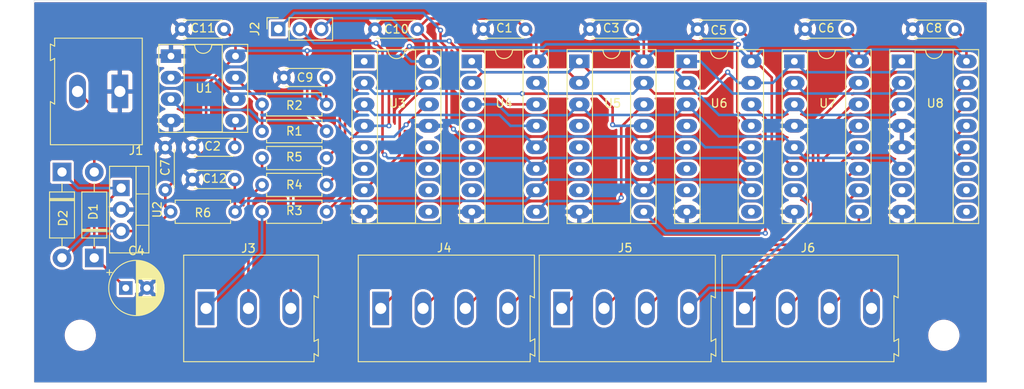
<source format=kicad_pcb>
(kicad_pcb (version 20221018) (generator pcbnew)
  (title_block (rev "1"))
  (layers (0 "F.Cu" signal "Front") (31 "B.Cu" signal "Back") (34 "B.Paste" user) (35 "F.Paste" user) (36 "B.SilkS" user "B.Silkscreen") (37 "F.SilkS" user "F.Silkscreen") (38 "B.Mask" user) (39 "F.Mask" user) (44 "Edge.Cuts" user))
  (net 0 "")
  (net 1 "VCC")
  (net 2 "GND")
  (net 3 "Net-(U1-CV)")
  (net 4 "Net-(D1-K)")
  (net 5 "Net-(U1-THR)")
  (net 6 "{slash}RST")
  (net 7 "Net-(D1-A)")
  (net 8 "COMMIT")
  (net 9 "CLK")
  (net 10 "DATA")
  (net 11 "Net-(J3-Pin_1)")
  (net 12 "Net-(J3-Pin_2)")
  (net 13 "Net-(J3-Pin_3)")
  (net 14 "Net-(J4-Pin_1)")
  (net 15 "Net-(J4-Pin_2)")
  (net 16 "Net-(J4-Pin_3)")
  (net 17 "Net-(J4-Pin_4)")
  (net 18 "Net-(J5-Pin_1)")
  (net 19 "Net-(J5-Pin_2)")
  (net 20 "Net-(J5-Pin_3)")
  (net 21 "Net-(J5-Pin_4)")
  (net 22 "Net-(J6-Pin_1)")
  (net 23 "Net-(J6-Pin_2)")
  (net 24 "Net-(J6-Pin_3)")
  (net 25 "Net-(J6-Pin_4)")
  (net 26 "Net-(U1-DIS)")
  (net 27 "ROW1")
  (net 28 "ROW2")
  (net 29 "ROW3")
  (net 30 "MUXCLK")
  (net 34 "Net-(U3-Q3)")
  (net 39 "A2")
  (net 40 "A3")
  (net 41 "A4")
  (net 46 "Net-(U4-QH')")
  (net 47 "A1")
  (net 52 "Net-(U5-QH')")
  (footprint "Resistor_THT:R_Axial_DIN0207_L6.3mm_D2.5mm_P7.62mm_Horizontal" (layer "F.Cu") (at 145.035 74.295)
    (fp_text reference "R2")
    (fp_text value "2k2")
  )
  (footprint "Connector_PinSocket_2.54mm:PinSocket_1x03_P2.54mm_Vertical" (layer "F.Cu") (at 146.955 65.38 90)
    (fp_text reference "J2")
    (fp_text value "Ctrl")
  )
  (footprint "Package_DIP:DIP-16_W7.62mm_Socket_LongPads" (layer "F.Cu") (at 220.6 69.215)
    (fp_text reference "U8")
    (fp_text value "74LS138")
  )
  (footprint "Package_DIP:DIP-16_W7.62mm_Socket_LongPads" (layer "F.Cu") (at 182.5 69.215)
    (fp_text reference "U5")
    (fp_text value "74HC595")
  )
  (footprint "Capacitor_THT:C_Disc_D4.3mm_W1.9mm_P5.00mm" (layer "F.Cu") (at 176.15 65.405 180)
    (fp_text reference "C1")
    (fp_text value "100n")
  )
  (footprint "Diode_THT:D_DO-41_SOD81_P10.16mm_Horizontal" (layer "F.Cu") (at 121.412 82.296 -90)
    (fp_text reference "D2")
    (fp_text value "1N4001")
  )
  (footprint "MountingHole:MountingHole_3.2mm_M3" (layer "F.Cu") (at 225.552 101.6)
    (fp_text reference "REF**" hide)
    (fp_text value "MountingHole_3.2mm_M3")
  )
  (footprint "Package_DIP:DIP-16_W7.62mm_Socket_LongPads" (layer "F.Cu") (at 169.8 69.215)
    (fp_text reference "U4")
    (fp_text value "74HC595")
  )
  (footprint "MountingHole:MountingHole_3.2mm_M3" (layer "F.Cu") (at 123.571 101.6)
    (fp_text reference "REF**" hide)
    (fp_text value "MountingHole_3.2mm_M3")
  )
  (footprint "Diode_THT:D_DO-41_SOD81_P10.16mm_Horizontal" (layer "F.Cu") (at 125.222 92.456 90)
    (fp_text reference "D1")
    (fp_text value "1N4001")
  )
  (footprint "TerminalBlock:TerminalBlock_Altech_AK300-4_P5.00mm" (layer "F.Cu") (at 202.01 98.425)
    (fp_text reference "J6")
    (fp_text value "Anodes C")
  )
  (footprint "TerminalBlock:TerminalBlock_Altech_AK300-4_P5.00mm" (layer "F.Cu") (at 180.42 98.425)
    (fp_text reference "J5")
    (fp_text value "Anodes B")
  )
  (footprint "Package_DIP:DIP-16_W7.62mm_Socket_LongPads" (layer "F.Cu") (at 195.2 69.215)
    (fp_text reference "U6")
    (fp_text value "74HC595")
  )
  (footprint "Package_DIP:DIP-16_W7.62mm_Socket_LongPads" (layer "F.Cu") (at 207.9 69.215)
    (fp_text reference "U7")
    (fp_text value "74LS138")
  )
  (footprint "TerminalBlock:TerminalBlock_Altech_AK300-3_P5.00mm" (layer "F.Cu") (at 138.43 98.425)
    (fp_text reference "J3")
    (fp_text value "Kathodes")
  )
  (footprint "Package_DIP:DIP-16_W7.62mm_Socket_LongPads" (layer "F.Cu") (at 157.1 69.215)
    (fp_text reference "U3")
    (fp_text value "74HC4017")
  )
  (footprint "Capacitor_THT:C_Disc_D4.3mm_W1.9mm_P5.00mm" (layer "F.Cu") (at 214.17 65.405 180)
    (fp_text reference "C6")
    (fp_text value "100n")
  )
  (footprint "TerminalBlock:TerminalBlock_Altech_AK300-4_P5.00mm" (layer "F.Cu") (at 159.05 98.425)
    (fp_text reference "J4")
    (fp_text value "Anodes A")
  )
  (footprint "Package_DIP:DIP-8_W7.62mm_Socket_LongPads" (layer "F.Cu") (at 134.28 68.5952)
    (fp_text reference "U1")
    (fp_text value "NE555P")
  )
  (footprint "Capacitor_THT:C_Disc_D4.3mm_W1.9mm_P5.00mm" (layer "F.Cu") (at 140.55 65.405 180)
    (fp_text reference "C11")
    (fp_text value "100n")
  )
  (footprint "Resistor_THT:R_Axial_DIN0207_L6.3mm_D2.5mm_P7.62mm_Horizontal" (layer "F.Cu") (at 152.655 77.47 180)
    (fp_text reference "R1")
    (fp_text value "470R")
  )
  (footprint "Capacitor_THT:C_Disc_D4.3mm_W1.9mm_P5.00mm" (layer "F.Cu") (at 201.47 65.405 180)
    (fp_text reference "C5")
    (fp_text value "100n")
  )
  (footprint "Capacitor_THT:C_Disc_D4.3mm_W1.9mm_P5.00mm" (layer "F.Cu") (at 226.87 65.405 180)
    (fp_text reference "C8")
    (fp_text value "100n")
  )
  (footprint "Capacitor_THT:C_Disc_D4.3mm_W1.9mm_P5.00mm" (layer "F.Cu") (at 141.82 79.375 180)
    (fp_text reference "C2")
    (fp_text value "10n")
  )
  (footprint "TerminalBlock:TerminalBlock_Altech_AK300-2_P5.00mm" (layer "F.Cu") (at 128.241 72.771 180)
    (fp_text reference "J1")
    (fp_text value "PWR")
  )
  (footprint "Capacitor_THT:C_Disc_D4.3mm_W1.9mm_P5.00mm" (layer "F.Cu") (at 152.615 71.12 180)
    (fp_text reference "C9")
    (fp_text value "100n")
  )
  (footprint "Capacitor_THT:C_Disc_D4.3mm_W1.9mm_P5.00mm" (layer "F.Cu") (at 141.82 83.185 180)
    (fp_text reference "C12")
    (fp_text value "10n")
  )
  (footprint "Capacitor_THT:C_Disc_D4.3mm_W1.9mm_P5.00mm" (layer "F.Cu") (at 163.37 65.405 180)
    (fp_text reference "C10")
    (fp_text value "100n")
  )
  (footprint "Resistor_THT:R_Axial_DIN0207_L6.3mm_D2.5mm_P7.62mm_Horizontal" (layer "F.Cu") (at 152.655 80.645 180)
    (fp_text reference "R5")
    (fp_text value "220R")
  )
  (footprint "Resistor_THT:R_Axial_DIN0207_L6.3mm_D2.5mm_P7.62mm_Horizontal" (layer "F.Cu") (at 152.655 86.995 180)
    (fp_text reference "R3")
    (fp_text value "220R")
  )
  (footprint "Capacitor_THT:C_Disc_D4.3mm_W1.9mm_P5.00mm" (layer "F.Cu") (at 133.605 84.415 90)
    (fp_text reference "C7")
    (fp_text value "100n")
  )
  (footprint "Capacitor_THT:CP_Radial_D6.3mm_P2.50mm" (layer "F.Cu") (at 128.945 96.012)
    (fp_text reference "C4")
    (fp_text value "100u")
  )
  (footprint "Capacitor_THT:C_Disc_D4.3mm_W1.9mm_P5.00mm" (layer "F.Cu") (at 188.77 65.405 180)
    (fp_text reference "C3")
    (fp_text value "100n")
  )
  (footprint "Resistor_THT:R_Axial_DIN0207_L6.3mm_D2.5mm_P7.62mm_Horizontal" (layer "F.Cu") (at 152.655 83.82 180)
    (fp_text reference "R4")
    (fp_text value "220R")
  )
  (footprint "Resistor_THT:R_Axial_DIN0207_L6.3mm_D2.5mm_P7.62mm_Horizontal" (layer "F.Cu") (at 134.24 86.995)
    (fp_text reference "R6")
    (fp_text value "10k")
  )
  (footprint "Package_TO_SOT_THT:TO-220-3_Vertical" (layer "F.Cu") (at 128.397 84.201 -90)
    (fp_text reference "U2")
    (fp_text value "LM7805_TO220")
  )
  (gr_rect (start 118.11 61.976) (end 230.632 107.188) (stroke (width 0.0381)) (fill none) (layer "Edge.Cuts"))
  (segment (start 133.605 84.415) (end 138.43 79.59) (width 0.3048) (layer "F.Cu") (net 1))
  (segment (start 228.22 69.215) (end 228.22 66.755) (width 0.3048) (layer "F.Cu") (net 1))
  (segment (start 152.655 77.47) (end 150.368 75.183) (width 0.3048) (layer "F.Cu") (net 1))
  (segment (start 203.327 69.215) (end 205.232 71.12) (width 0.3048) (layer "F.Cu") (net 1))
  (segment (start 133.605 84.415) (end 133.605 86.36) (width 0.3048) (layer "F.Cu") (net 1))
  (segment (start 177.42 69.215) (end 177.42 66.675) (width 0.3048) (layer "F.Cu") (net 1))
  (segment (start 205.232 79.247) (end 207.9 81.915) (width 0.3048) (layer "F.Cu") (net 1))
  (segment (start 133.605 86.36) (end 134.24 86.995) (width 0.3048) (layer "F.Cu") (net 1))
  (segment (start 128.397 89.281) (end 131.954 89.281) (width 0.3048) (layer "F.Cu") (net 1))
  (segment (start 164.72 66.755) (end 163.37 65.405) (width 0.3048) (layer "F.Cu") (net 1))
  (segment (start 205.232 71.12) (end 205.232 79.247) (width 0.3048) (layer "F.Cu") (net 1))
  (segment (start 174.8928 64.1478) (end 176.15 65.405) (width 0.3048) (layer "F.Cu") (net 1))
  (segment (start 164.6272 64.1478) (end 174.8928 64.1478) (width 0.3048) (layer "F.Cu") (net 1))
  (segment (start 202.82 69.215) (end 202.82 66.755) (width 0.3048) (layer "F.Cu") (net 1))
  (segment (start 177.42 66.675) (end 176.15 65.405) (width 0.3048) (layer "F.Cu") (net 1))
  (segment (start 164.72 69.215) (end 164.72 66.755) (width 0.3048) (layer "F.Cu") (net 1))
  (segment (start 163.37 65.405) (end 164.6272 64.1478) (width 0.3048) (layer "F.Cu") (net 1))
  (segment (start 202.82 69.215) (end 203.327 69.215) (width 0.3048) (layer "F.Cu") (net 1))
  (segment (start 215.52 66.755) (end 214.17 65.405) (width 0.3048) (layer "F.Cu") (net 1))
  (segment (start 138.43 72.0652) (end 141.9 68.5952) (width 0.3048) (layer "F.Cu") (net 1))
  (segment (start 138.43 79.59) (end 138.43 72.0652) (width 0.3048) (layer "F.Cu") (net 1))
  (segment (start 141.9 66.755) (end 140.55 65.405) (width 0.3048) (layer "F.Cu") (net 1))
  (segment (start 150.368 75.183) (end 150.368 67.9578) (width 0.3048) (layer "F.Cu") (net 1))
  (segment (start 215.52 69.215) (end 215.52 66.755) (width 0.3048) (layer "F.Cu") (net 1))
  (segment (start 190.12 66.755) (end 188.77 65.405) (width 0.3048) (layer "F.Cu") (net 1))
  (segment (start 190.12 69.215) (end 190.12 66.755) (width 0.3048) (layer "F.Cu") (net 1))
  (segment (start 228.22 66.755) (end 226.87 65.405) (width 0.3048) (layer "F.Cu") (net 1))
  (segment (start 131.954 89.281) (end 134.24 86.995) (width 0.3048) (layer "F.Cu") (net 1))
  (segment (start 141.9 68.5952) (end 141.9 66.755) (width 0.3048) (layer "F.Cu") (net 1))
  (segment (start 202.82 66.755) (end 201.47 65.405) (width 0.3048) (layer "F.Cu") (net 1))
  (via (at 150.368 67.9578) (size 0.6) (drill 0.3) (layers "F.Cu" "B.Cu") (net 1))
  (segment (start 141.9 68.5952) (end 142.5374 67.9578) (width 0.3048) (layer "B.Cu") (net 1))
  (segment (start 228.22 69.215) (end 226.805 67.8) (width 0.3048) (layer "B.Cu") (net 1))
  (segment (start 188.8628 67.9578) (end 178.6772 67.9578) (width 0.3048) (layer "B.Cu") (net 1))
  (segment (start 162.687 69.215) (end 164.72 69.215) (width 0.3048) (layer "B.Cu") (net 1))
  (segment (start 202.82 69.215) (end 201.5628 67.9578) (width 0.3048) (layer "B.Cu") (net 1))
  (segment (start 215.52 69.215) (end 214.2628 67.9578) (width 0.3048) (layer "B.Cu") (net 1))
  (segment (start 201.5628 67.9578) (end 191.3772 67.9578) (width 0.3048) (layer "B.Cu") (net 1))
  (segment (start 150.368 67.9578) (end 161.4298 67.9578) (width 0.3048) (layer "B.Cu") (net 1))
  (segment (start 161.4298 67.9578) (end 162.687 69.215) (width 0.3048) (layer "B.Cu") (net 1))
  (segment (start 124.587 89.281) (end 121.412 92.456) (width 0.3048) (layer "B.Cu") (net 1))
  (segment (start 190.12 69.215) (end 188.8628 67.9578) (width 0.3048) (layer "B.Cu") (net 1))
  (segment (start 216.935 67.8) (end 215.52 69.215) (width 0.3048) (layer "B.Cu") (net 1))
  (segment (start 128.397 89.281) (end 124.587 89.281) (width 0.3048) (layer "B.Cu") (net 1))
  (segment (start 214.2628 67.9578) (end 204.0772 67.9578) (width 0.3048) (layer "B.Cu") (net 1))
  (segment (start 226.805 67.8) (end 216.935 67.8) (width 0.3048) (layer "B.Cu") (net 1))
  (segment (start 191.3772 67.9578) (end 190.12 69.215) (width 0.3048) (layer "B.Cu") (net 1))
  (segment (start 178.6772 67.9578) (end 177.42 69.215) (width 0.3048) (layer "B.Cu") (net 1))
  (segment (start 142.5374 67.9578) (end 150.368 67.9578) (width 0.3048) (layer "B.Cu") (net 1))
  (segment (start 204.0772 67.9578) (end 202.82 69.215) (width 0.3048) (layer "B.Cu") (net 1))
  (segment (start 141.82 76.2952) (end 141.9 76.2152) (width 0.3048) (layer "F.Cu") (net 3))
  (segment (start 141.82 79.375) (end 141.82 76.2952) (width 0.3048) (layer "F.Cu") (net 3))
  (segment (start 128.397 84.201) (end 125.222 87.376) (width 0.3048) (layer "F.Cu") (net 4))
  (segment (start 125.222 92.456) (end 125.389 92.456) (width 0.3048) (layer "F.Cu") (net 4))
  (segment (start 125.222 87.376) (end 125.222 92.456) (width 0.3048) (layer "F.Cu") (net 4))
  (segment (start 125.389 92.456) (end 128.945 96.012) (width 0.3048) (layer "F.Cu") (net 4))
  (segment (start 121.412 82.296) (end 123.317 84.201) (width 0.3048) (layer "B.Cu") (net 4))
  (segment (start 123.317 84.201) (end 128.397 84.201) (width 0.3048) (layer "B.Cu") (net 4))
  (segment (start 152.615 74.255) (end 152.655 74.295) (width 0.3048) (layer "F.Cu") (net 5))
  (segment (start 152.615 71.12) (end 152.615 74.255) (width 0.3048) (layer "F.Cu") (net 5))
  (segment (start 142.5374 73.0378) (end 151.3978 73.0378) (width 0.3048) (layer "B.Cu") (net 5))
  (segment (start 151.3978 73.0378) (end 152.655 74.295) (width 0.3048) (layer "B.Cu") (net 5))
  (segment (start 139.36 71.1352) (end 141.9 73.6752) (width 0.3048) (layer "B.Cu") (net 5))
  (segment (start 141.9 73.6752) (end 142.5374 73.0378) (width 0.3048) (layer "B.Cu") (net 5))
  (segment (start 134.28 71.1352) (end 139.36 71.1352) (width 0.3048) (layer "B.Cu") (net 5))
  (segment (start 141.82 86.955) (end 141.86 86.995) (width 0.3048) (layer "F.Cu") (net 6))
  (segment (start 141.82 83.185) (end 141.82 86.955) (width 0.3048) (layer "F.Cu") (net 6))
  (segment (start 176.1628 85.7122) (end 143.1428 85.7122) (width 0.3048) (layer "B.Cu") (net 6))
  (segment (start 143.1428 85.7122) (end 141.86 86.995) (width 0.3048) (layer "B.Cu") (net 6))
  (segment (start 201.5628 83.1978) (end 202.82 84.455) (width 0.3048) (layer "B.Cu") (net 6))
  (segment (start 177.42 84.455) (end 176.1628 85.7122) (width 0.3048) (layer "B.Cu") (net 6))
  (segment (start 178.6772 83.1978) (end 177.42 84.455) (width 0.3048) (layer "B.Cu") (net 6))
  (segment (start 188.8628 83.1978) (end 178.6772 83.1978) (width 0.3048) (layer "B.Cu") (net 6))
  (segment (start 191.3772 83.1978) (end 201.5628 83.1978) (width 0.3048) (layer "B.Cu") (net 6))
  (segment (start 190.12 84.455) (end 191.3772 83.1978) (width 0.3048) (layer "B.Cu") (net 6))
  (segment (start 190.12 84.455) (end 188.8628 83.1978) (width 0.3048) (layer "B.Cu") (net 6))
  (segment (start 125.222 74.752) (end 123.241 72.771) (width 0.3048) (layer "F.Cu") (net 7))
  (segment (start 125.222 82.296) (end 125.222 74.752) (width 0.3048) (layer "F.Cu") (net 7))
  (segment (start 166.116 66.862143) (end 166.116 65.532) (width 0.3048) (layer "F.Cu") (net 8))
  (segment (start 166.818357 76.394357) (end 166.818357 67.5645) (width 0.3048) (layer "F.Cu") (net 8))
  (segment (start 166.818357 67.5645) (end 166.116 66.862143) (width 0.3048) (layer "F.Cu") (net 8))
  (segment (start 167.64 77.216) (end 166.818357 76.394357) (width 0.3048) (layer "F.Cu") (net 8))
  (via (at 167.64 77.216) (size 0.6) (drill 0.3) (layers "F.Cu" "B.Cu") (net 8))
  (via (at 166.116 65.532) (size 0.6) (drill 0.3) (layers "F.Cu" "B.Cu") (net 8))
  (segment (start 202.82 79.375) (end 197.377949 79.375) (width 0.3048) (layer "B.Cu") (net 8))
  (segment (start 168.5162 78.0922) (end 167.64 77.216) (width 0.3048) (layer "B.Cu") (net 8))
  (segment (start 176.1372 78.0922) (end 168.5162 78.0922) (width 0.3048) (layer "B.Cu") (net 8))
  (segment (start 178.7028 78.0922) (end 177.42 79.375) (width 0.3048) (layer "B.Cu") (net 8))
  (segment (start 177.42 79.375) (end 176.1372 78.0922) (width 0.3048) (layer "B.Cu") (net 8))
  (segment (start 191.3772 78.1178) (end 190.12 79.375) (width 0.3048) (layer "B.Cu") (net 8))
  (segment (start 190.12 79.375) (end 188.8372 78.0922) (width 0.3048) (layer "B.Cu") (net 8))
  (segment (start 197.377949 79.375) (end 196.120749 78.1178) (width 0.3048) (layer "B.Cu") (net 8))
  (segment (start 164.084 63.5) (end 148.835 63.5) (width 0.3048) (layer "B.Cu") (net 8))
  (segment (start 148.835 63.5) (end 146.955 65.38) (width 0.3048) (layer "B.Cu") (net 8))
  (segment (start 188.8372 78.0922) (end 178.7028 78.0922) (width 0.3048) (layer "B.Cu") (net 8))
  (segment (start 166.116 65.532) (end 164.084 63.5) (width 0.3048) (layer "B.Cu") (net 8))
  (segment (start 196.120749 78.1178) (end 191.3772 78.1178) (width 0.3048) (layer "B.Cu") (net 8))
  (segment (start 159.004 67.564) (end 158.496 67.056) (width 0.3048) (layer "F.Cu") (net 9))
  (segment (start 159.2628 80.0148) (end 159.2628 67.8228) (width 0.3048) (layer "F.Cu") (net 9))
  (segment (start 159.2628 67.8228) (end 159.004 67.564) (width 0.3048) (layer "F.Cu") (net 9))
  (segment (start 159.512 80.264) (end 159.2628 80.0148) (width 0.3048) (layer "F.Cu") (net 9))
  (via (at 159.512 80.264) (size 0.6) (drill 0.3) (layers "F.Cu" "B.Cu") (net 9))
  (via (at 158.496 67.056) (size 0.6) (drill 0.3) (layers "F.Cu" "B.Cu") (net 9))
  (segment (start 159.9058 80.6578) (end 159.512 80.264) (width 0.3048) (layer "B.Cu") (net 9))
  (segment (start 188.8372 80.6322) (end 178.7028 80.6322) (width 0.3048) (layer "B.Cu") (net 9))
  (segment (start 191.3772 80.6578) (end 190.12 81.915) (width 0.3048) (layer "B.Cu") (net 9))
  (segment (start 151.171 67.056) (end 149.495 65.38) (width 0.3048) (layer "B.Cu") (net 9))
  (segment (start 158.496 67.056) (end 151.171 67.056) (width 0.3048) (layer "B.Cu") (net 9))
  (segment (start 190.12 81.915) (end 188.8372 80.6322) (width 0.3048) (layer "B.Cu") (net 9))
  (segment (start 176.1628 80.6578) (end 159.9058 80.6578) (width 0.3048) (layer "B.Cu") (net 9))
  (segment (start 201.5628 80.6578) (end 191.3772 80.6578) (width 0.3048) (layer "B.Cu") (net 9))
  (segment (start 202.82 81.915) (end 201.5628 80.6578) (width 0.3048) (layer "B.Cu") (net 9))
  (segment (start 178.7028 80.6322) (end 177.42 81.915) (width 0.3048) (layer "B.Cu") (net 9))
  (segment (start 177.42 81.915) (end 176.1628 80.6578) (width 0.3048) (layer "B.Cu") (net 9))
  (segment (start 172.8342 73.0378) (end 174.0914 74.295) (width 0.3048) (layer "F.Cu") (net 10))
  (segment (start 174.0914 74.295) (end 177.42 74.295) (width 0.3048) (layer "F.Cu") (net 10))
  (segment (start 168.1428 72.275749) (end 168.904851 73.0378) (width 0.3048) (layer "F.Cu") (net 10))
  (segment (start 167.132 66.8073) (end 168.148 67.8233) (width 0.3048) (layer "F.Cu") (net 10))
  (segment (start 168.148 67.8233) (end 168.1428 67.8285) (width 0.3048) (layer "F.Cu") (net 10))
  (segment (start 168.904851 73.0378) (end 172.8342 73.0378) (width 0.3048) (layer "F.Cu") (net 10))
  (segment (start 168.1428 67.8285) (end 168.1428 72.275749) (width 0.3048) (layer "F.Cu") (net 10))
  (via (at 167.132 66.8073) (size 0.6) (drill 0.3) (layers "F.Cu" "B.Cu") (net 10))
  (segment (start 160.29665 64.1096) (end 153.3054 64.1096) (width 0.3048) (layer "B.Cu") (net 10))
  (segment (start 153.3054 64.1096) (end 152.035 65.38) (width 0.3048) (layer "B.Cu") (net 10))
  (segment (start 162.99435 66.8073) (end 160.29665 64.1096) (width 0.3048) (layer "B.Cu") (net 10))
  (segment (start 167.132 66.8073) (end 162.99435 66.8073) (width 0.3048) (layer "B.Cu") (net 10))
  (segment (start 145.035 91.82) (end 138.43 98.425) (width 0.3048) (layer "B.Cu") (net 11))
  (segment (start 145.035 86.995) (end 145.035 91.82) (width 0.3048) (layer "B.Cu") (net 11))
  (segment (start 143.43 85.425) (end 145.035 83.82) (width 0.3048) (layer "F.Cu") (net 12))
  (segment (start 143.43 98.425) (end 143.43 85.425) (width 0.3048) (layer "F.Cu") (net 12))
  (segment (start 145.035 80.645) (end 145.035 81.77637) (width 0.3048) (layer "F.Cu") (net 13))
  (segment (start 145.035 81.77637) (end 148.43 85.17137) (width 0.3048) (layer "F.Cu") (net 13))
  (segment (start 148.43 85.17137) (end 148.43 98.425) (width 0.3048) (layer "F.Cu") (net 13))
  (segment (start 215.265 71.755) (end 215.52 71.755) (width 0.3048) (layer "F.Cu") (net 14))
  (segment (start 210.1088 87.0712) (end 210.1088 76.9112) (width 0.3048) (layer "F.Cu") (net 14))
  (segment (start 159.05 98.425) (end 167.1828 90.2922) (width 0.3048) (layer "F.Cu") (net 14))
  (segment (start 210.1088 76.9112) (end 215.265 71.755) (width 0.3048) (layer "F.Cu") (net 14))
  (segment (start 206.8878 90.2922) (end 210.1088 87.0712) (width 0.3048) (layer "F.Cu") (net 14))
  (segment (start 167.1828 90.2922) (end 206.8878 90.2922) (width 0.3048) (layer "F.Cu") (net 14))
  (segment (start 210.7184 88.847705) (end 210.7184 78.3336) (width 0.3048) (layer "F.Cu") (net 15))
  (segment (start 164.05 98.425) (end 171.5732 90.9018) (width 0.3048) (layer "F.Cu") (net 15))
  (segment (start 171.5732 90.9018) (end 208.664305 90.9018) (width 0.3048) (layer "F.Cu") (net 15))
  (segment (start 214.757 74.295) (end 215.52 74.295) (width 0.3048) (layer "F.Cu") (net 15))
  (segment (start 208.664305 90.9018) (end 210.7184 88.847705) (width 0.3048) (layer "F.Cu") (net 15))
  (segment (start 210.7184 78.3336) (end 214.757 74.295) (width 0.3048) (layer "F.Cu") (net 15))
  (segment (start 208.916809 91.5114) (end 211.328 89.10021) (width 0.3048) (layer "F.Cu") (net 16))
  (segment (start 211.328 80.772) (end 215.265 76.835) (width 0.3048) (layer "F.Cu") (net 16))
  (segment (start 215.265 76.835) (end 215.52 76.835) (width 0.3048) (layer "F.Cu") (net 16))
  (segment (start 211.328 89.10021) (end 211.328 80.772) (width 0.3048) (layer "F.Cu") (net 16))
  (segment (start 175.9636 91.5114) (end 208.916809 91.5114) (width 0.3048) (layer "F.Cu") (net 16))
  (segment (start 169.05 98.425) (end 175.9636 91.5114) (width 0.3048) (layer "F.Cu") (net 16))
  (segment (start 211.9376 89.352714) (end 211.9376 82.7024) (width 0.3048) (layer "F.Cu") (net 17))
  (segment (start 215.265 79.375) (end 215.52 79.375) (width 0.3048) (layer "F.Cu") (net 17))
  (segment (start 174.05 98.425) (end 180.354 92.121) (width 0.3048) (layer "F.Cu") (net 17))
  (segment (start 209.169314 92.121) (end 209.255657 92.034657) (width 0.3048) (layer "F.Cu") (net 17))
  (segment (start 209.169314 92.121) (end 211.9376 89.352714) (width 0.3048) (layer "F.Cu") (net 17))
  (segment (start 180.354 92.121) (end 209.169314 92.121) (width 0.3048) (layer "F.Cu") (net 17))
  (segment (start 211.9376 82.7024) (end 215.265 79.375) (width 0.3048) (layer "F.Cu") (net 17))
  (segment (start 215.1634 81.915) (end 215.52 81.915) (width 0.3048) (layer "F.Cu") (net 18))
  (segment (start 209.421819 92.7306) (end 212.5472 89.605219) (width 0.3048) (layer "F.Cu") (net 18))
  (segment (start 212.5472 89.605219) (end 212.5472 84.5312) (width 0.3048) (layer "F.Cu") (net 18))
  (segment (start 186.1144 92.7306) (end 180.42 98.425) (width 0.3048) (layer "F.Cu") (net 18))
  (segment (start 209.421819 92.7306) (end 186.1144 92.7306) (width 0.3048) (layer "F.Cu") (net 18))
  (segment (start 212.5472 84.5312) (end 215.1634 81.915) (width 0.3048) (layer "F.Cu") (net 18))
  (segment (start 213.36 89.654523) (end 209.542523 93.472) (width 0.3048) (layer "F.Cu") (net 19))
  (segment (start 209.542523 93.472) (end 190.373 93.472) (width 0.3048) (layer "F.Cu") (net 19))
  (segment (start 190.373 93.472) (end 185.42 98.425) (width 0.3048) (layer "F.Cu") (net 19))
  (segment (start 215.52 84.455) (end 213.36 86.615) (width 0.3048) (layer "F.Cu") (net 19))
  (segment (start 213.36 86.615) (end 213.36 89.654523) (width 0.3048) (layer "F.Cu") (net 19))
  (segment (start 209.795028 94.0816) (end 215.52 88.356628) (width 0.3048) (layer "F.Cu") (net 20))
  (segment (start 215.52 88.356628) (end 215.52 86.995) (width 0.3048) (layer "F.Cu") (net 20))
  (segment (start 209.795028 94.0816) (end 194.7634 94.0816) (width 0.3048) (layer "F.Cu") (net 20))
  (segment (start 194.7634 94.0816) (end 190.42 98.425) (width 0.3048) (layer "F.Cu") (net 20))
  (segment (start 197.8572 95.9878) (end 195.42 98.425) (width 0.3048) (layer "B.Cu") (net 21))
  (segment (start 207.9 84.455) (end 209.5572 86.1122) (width 0.3048) (layer "B.Cu") (net 21))
  (segment (start 201.168 95.9878) (end 197.8572 95.9878) (width 0.3048) (layer "B.Cu") (net 21))
  (segment (start 209.5572 86.1122) (end 209.5572 87.5986) (width 0.3048) (layer "B.Cu") (net 21))
  (segment (start 209.5572 87.5986) (end 201.168 95.9878) (width 0.3048) (layer "B.Cu") (net 21))
  (segment (start 223.8512 86.5486) (end 215.7086 94.6912) (width 0.3048) (layer "F.Cu") (net 22))
  (segment (start 205.7438 94.6912) (end 202.01 98.425) (width 0.3048) (layer "F.Cu") (net 22))
  (segment (start 223.8512 76.1238) (end 228.22 71.755) (width 0.3048) (layer "F.Cu") (net 22))
  (segment (start 215.7086 94.6912) (end 205.7438 94.6912) (width 0.3048) (layer "F.Cu") (net 22))
  (segment (start 223.8512 86.5486) (end 223.8512 76.1238) (width 0.3048) (layer "F.Cu") (net 22))
  (segment (start 228.22 74.295) (end 224.4608 78.0542) (width 0.3048) (layer "F.Cu") (net 23))
  (segment (start 224.4608 86.9432) (end 216.1032 95.3008) (width 0.3048) (layer "F.Cu") (net 23))
  (segment (start 224.4608 78.0542) (end 224.4608 86.9432) (width 0.3048) (layer "F.Cu") (net 23))
  (segment (start 210.1342 95.3008) (end 207.01 98.425) (width 0.3048) (layer "F.Cu") (net 23))
  (segment (start 216.1032 95.3008) (end 210.1342 95.3008) (width 0.3048) (layer "F.Cu") (net 23))
  (segment (start 214.5246 95.9104) (end 212.01 98.425) (width 0.3048) (layer "F.Cu") (net 24))
  (segment (start 216.355704 95.9104) (end 214.5246 95.9104) (width 0.3048) (layer "F.Cu") (net 24))
  (segment (start 225.0704 79.9846) (end 225.0704 87.195704) (width 0.3048) (layer "F.Cu") (net 24))
  (segment (start 225.0704 87.195704) (end 216.355704 95.9104) (width 0.3048) (layer "F.Cu") (net 24))
  (segment (start 228.22 76.835) (end 225.0704 79.9846) (width 0.3048) (layer "F.Cu") (net 24))
  (segment (start 225.8065 87.321708) (end 217.01 96.118208) (width 0.3048) (layer "F.Cu") (net 25))
  (segment (start 217.01 96.118208) (end 217.01 98.425) (width 0.3048) (layer "F.Cu") (net 25))
  (segment (start 225.68 81.915) (end 225.8065 81.7885) (width 0.3048) (layer "F.Cu") (net 25))
  (segment (start 225.8065 81.7885) (end 225.8065 87.321708) (width 0.3048) (layer "F.Cu") (net 25))
  (segment (start 225.8065 81.7885) (end 228.22 79.375) (width 0.3048) (layer "F.Cu") (net 25))
  (segment (start 141.9 71.16) (end 145.035 74.295) (width 0.3048) (layer "F.Cu") (net 26))
  (segment (start 141.9 71.1352) (end 141.9 71.16) (width 0.3048) (layer "F.Cu") (net 26))
  (segment (start 145.035 74.295) (end 145.035 77.47) (width 0.3048) (layer "F.Cu") (net 26))
  (segment (start 152.655 83.82) (end 154.8332 81.6418) (width 0.3048) (layer "F.Cu") (net 27))
  (segment (start 154.8332 81.6418) (end 154.8332 76.5618) (width 0.3048) (layer "F.Cu") (net 27))
  (segment (start 154.8332 76.5618) (end 157.1 74.295) (width 0.3048) (layer "F.Cu") (net 27))
  (segment (start 158.3572 75.5522) (end 173.0882 75.5522) (width 0.3048) (layer "B.Cu") (net 27))
  (segment (start 174.371 76.835) (end 177.42 76.835) (width 0.3048) (layer "B.Cu") (net 27))
  (segment (start 173.0882 75.5522) (end 174.371 76.835) (width 0.3048) (layer "B.Cu") (net 27))
  (segment (start 157.1 74.295) (end 158.3572 75.5522) (width 0.3048) (layer "B.Cu") (net 27))
  (segment (start 184.7978 73.0378) (end 175.7808 73.0378) (width 0.3048) (layer "F.Cu") (net 28))
  (segment (start 186.436 74.676) (end 184.7978 73.0378) (width 0.3048) (layer "F.Cu") (net 28))
  (segment (start 154.2236 79.0764) (end 154.2236 74.6314) (width 0.3048) (layer "F.Cu") (net 28))
  (segment (start 154.2236 74.6314) (end 157.1 71.755) (width 0.3048) (layer "F.Cu") (net 28))
  (segment (start 175.7808 73.0378) (end 175.768 73.025) (width 0.3048) (layer "F.Cu") (net 28))
  (segment (start 152.655 80.645) (end 154.2236 79.0764) (width 0.3048) (layer "F.Cu") (net 28))
  (segment (start 186.436 76.708) (end 186.436 74.676) (width 0.3048) (layer "F.Cu") (net 28))
  (via (at 186.436 76.708) (size 0.6) (drill 0.3) (layers "F.Cu" "B.Cu") (net 28))
  (via (at 175.768 73.025) (size 0.6) (drill 0.3) (layers "F.Cu" "B.Cu") (net 28))
  (segment (start 190.12 76.835) (end 186.563 76.835) (width 0.3048) (layer "B.Cu") (net 28))
  (segment (start 175.768 73.025) (end 175.7552 73.0378) (width 0.3048) (layer "B.Cu") (net 28))
  (segment (start 158.3828 73.0378) (end 157.1 71.755) (width 0.3048) (layer "B.Cu") (net 28))
  (segment (start 175.7552 73.0378) (end 158.3828 73.0378) (width 0.3048) (layer "B.Cu") (net 28))
  (segment (start 186.563 76.835) (end 186.436 76.708) (width 0.3048) (layer "B.Cu") (net 28))
  (segment (start 201.273709 67.2011) (end 201.1628 67.312009) (width 0.3048) (layer "F.Cu") (net 29))
  (segment (start 152.655 86.995) (end 155.448 84.202) (width 0.3048) (layer "F.Cu") (net 29))
  (segment (start 160.02 69.85) (end 160.02 76.835) (width 0.3048) (layer "F.Cu") (net 29))
  (segment (start 162.433 67.437) (end 160.02 69.85) (width 0.3048) (layer "F.Cu") (net 29))
  (segment (start 155.4428 84.1968) (end 155.4428 78.4922) (width 0.3048) (layer "F.Cu") (net 29))
  (segment (start 201.1628 67.312009) (end 201.1628 75.1778) (width 0.3048) (layer "F.Cu") (net 29))
  (segment (start 201.1628 75.1778) (end 202.82 76.835) (width 0.3048) (layer "F.Cu") (net 29))
  (segment (start 155.448 84.202) (end 155.4428 84.1968) (width 0.3048) (layer "F.Cu") (net 29))
  (segment (start 155.4428 78.4922) (end 157.1 76.835) (width 0.3048) (layer "F.Cu") (net 29))
  (via (at 201.273709 67.2011) (size 0.6) (drill 0.3) (layers "F.Cu" "B.Cu") (net 29))
  (via (at 162.433 67.437) (size 0.6) (drill 0.3) (layers "F.Cu" "B.Cu") (net 29))
  (via (at 160.02 76.835) (size 0.6) (drill 0.3) (layers "F.Cu" "B.Cu") (net 29))
  (segment (start 178.571795 67.2011) (end 201.273709 67.2011) (width 0.3048) (layer "B.Cu") (net 29))
  (segment (start 162.433 67.437) (end 162.56 67.564) (width 0.3048) (layer "B.Cu") (net 29))
  (segment (start 178.208895 67.564) (end 178.571795 67.2011) (width 0.3048) (layer "B.Cu") (net 29))
  (segment (start 162.56 67.564) (end 178.208895 67.564) (width 0.3048) (layer "B.Cu") (net 29))
  (segment (start 157.1 76.835) (end 160.02 76.835) (width 0.3048) (layer "B.Cu") (net 29))
  (segment (start 164.465 74.295) (end 164.72 74.295) (width 0.3048) (layer "F.Cu") (net 30))
  (segment (start 162.052 76.708) (end 164.465 74.295) (width 0.3048) (layer "F.Cu") (net 30))
  (via (at 162.052 76.708) (size 0.6) (drill 0.3) (layers "F.Cu" "B.Cu") (net 30))
  (segment (start 143.538 74.958) (end 144.7928 76.2128) (width 0.3048) (layer "B.Cu") (net 30))
  (segment (start 134.28 73.6752) (end 135.5628 74.958) (width 0.3048) (layer "B.Cu") (net 30))
  (segment (start 135.5628 74.958) (end 143.538 74.958) (width 0.3048) (layer "B.Cu") (net 30))
  (segment (start 153.9368 76.2128) (end 155.8418 78.1178) (width 0.3048) (layer "B.Cu") (net 30))
  (segment (start 155.8418 78.1178) (end 160.6422 78.1178) (width 0.3048) (layer "B.Cu") (net 30))
  (segment (start 144.7928 76.2128) (end 153.9368 76.2128) (width 0.3048) (layer "B.Cu") (net 30))
  (segment (start 160.6422 78.1178) (end 162.052 76.708) (width 0.3048) (layer "B.Cu") (net 30))
  (segment (start 157.1 84.455) (end 161.2948 80.2602) (width 0.3048) (layer "F.Cu") (net 34))
  (segment (start 161.2948 80.2602) (end 161.2948 75.1802) (width 0.3048) (layer "F.Cu") (net 34))
  (segment (start 161.2948 75.1802) (end 164.72 71.755) (width 0.3048) (layer "F.Cu") (net 34))
  (segment (start 183.7572 70.4722) (end 182.5 69.215) (width 0.3048) (layer "F.Cu") (net 39))
  (segment (start 195.2 69.215) (end 193.9428 70.4722) (width 0.3048) (layer "F.Cu") (net 39))
  (segment (start 193.9428 70.4722) (end 183.7572 70.4722) (width 0.3048) (layer "F.Cu") (net 39))
  (segment (start 206.6428 73.0122) (end 207.9 71.755) (width 0.3048) (layer "B.Cu") (net 39))
  (segment (start 200.638225 73.0122) (end 206.6428 73.0122) (width 0.3048) (layer "B.Cu") (net 39))
  (segment (start 195.2 69.215) (end 196.841025 69.215) (width 0.3048) (layer "B.Cu") (net 39))
  (segment (start 181.2172 70.4978) (end 182.5 69.215) (width 0.3048) (layer "B.Cu") (net 39))
  (segment (start 171.0828 70.4978) (end 181.2172 70.4978) (width 0.3048) (layer "B.Cu") (net 39))
  (segment (start 209.1572 73.0122) (end 219.3428 73.0122) (width 0.3048) (layer "B.Cu") (net 39))
  (segment (start 196.841025 69.215) (end 200.638225 73.0122) (width 0.3048) (layer "B.Cu") (net 39))
  (segment (start 207.9 71.755) (end 209.1572 73.0122) (width 0.3048) (layer "B.Cu") (net 39))
  (segment (start 219.3428 73.0122) (end 220.6 71.755) (width 0.3048) (layer "B.Cu") (net 39))
  (segment (start 169.8 69.215) (end 171.0828 70.4978) (width 0.3048) (layer "B.Cu") (net 39))
  (segment (start 169.8 71.755) (end 171.0572 70.4978) (width 0.3048) (layer "F.Cu") (net 40))
  (segment (start 181.2428 70.4978) (end 182.5 71.755) (width 0.3048) (layer "F.Cu") (net 40))
  (segment (start 171.0572 70.4978) (end 181.2428 70.4978) (width 0.3048) (layer "F.Cu") (net 40))
  (segment (start 183.7572 70.4978) (end 182.5 71.755) (width 0.3048) (layer "B.Cu") (net 40))
  (segment (start 193.9428 70.4978) (end 183.7572 70.4978) (width 0.3048) (layer "B.Cu") (net 40))
  (segment (start 209.1572 75.5522) (end 207.9 74.295) (width 0.3048) (layer "B.Cu") (net 40))
  (segment (start 207.9 74.295) (end 206.6428 75.5522) (width 0.3048) (layer "B.Cu") (net 40))
  (segment (start 195.2 71.755) (end 193.9428 70.4978) (width 0.3048) (layer "B.Cu") (net 40))
  (segment (start 198.9972 75.5522) (end 195.2 71.755) (width 0.3048) (layer "B.Cu") (net 40))
  (segment (start 220.6 74.295) (end 219.3428 75.5522) (width 0.3048) (layer "B.Cu") (net 40))
  (segment (start 219.3428 75.5522) (end 209.1572 75.5522) (width 0.3048) (layer "B.Cu") (net 40))
  (segment (start 206.6428 75.5522) (end 198.9972 75.5522) (width 0.3048) (layer "B.Cu") (net 40))
  (segment (start 182.5 74.295) (end 183.7572 75.5522) (width 0.3048) (layer "B.Cu") (net 41))
  (segment (start 181.2172 75.5778) (end 182.5 74.295) (width 0.3048) (layer "B.Cu") (net 41))
  (segment (start 206.6172 78.0922) (end 207.9 79.375) (width 0.3048) (layer "B.Cu") (net 41))
  (segment (start 195.2 74.295) (end 198.9972 78.0922) (width 0.3048) (layer "B.Cu") (net 41))
  (segment (start 207.9 79.375) (end 209.1572 80.6322) (width 0.3048) (layer "B.Cu") (net 41))
  (segment (start 209.1572 80.6322) (end 219.3172 80.6322) (width 0.3048) (layer "B.Cu") (net 41))
  (segment (start 183.7572 75.5522) (end 193.9428 75.5522) (width 0.3048) (layer "B.Cu") (net 41))
  (segment (start 172.847 74.295) (end 174.1298 75.5778) (width 0.3048) (layer "B.Cu") (net 41))
  (segment (start 174.1298 75.5778) (end 181.2172 75.5778) (width 0.3048) (layer "B.Cu") (net 41))
  (segment (start 198.9972 78.0922) (end 206.6172 78.0922) (width 0.3048) (layer "B.Cu") (net 41))
  (segment (start 219.3172 80.6322) (end 220.6 81.915) (width 0.3048) (layer "B.Cu") (net 41))
  (segment (start 169.8 74.295) (end 172.847 74.295) (width 0.3048) (layer "B.Cu") (net 41))
  (segment (start 193.9428 75.5522) (end 195.2 74.295) (width 0.3048) (layer "B.Cu") (net 41))
  (segment (start 187.452 85.344) (end 187.452 76.963) (width 0.3048) (layer "F.Cu") (net 46))
  (segment (start 187.452 76.963) (end 190.12 74.295) (width 0.3048) (layer "F.Cu") (net 46))
  (via (at 187.452 85.344) (size 0.6) (drill 0.3) (layers "F.Cu" "B.Cu") (net 46))
  (segment (start 178.6772 85.7378) (end 187.0582 85.7378) (width 0.3048) (layer "B.Cu") (net 46))
  (segment (start 187.0582 85.7378) (end 187.452 85.344) (width 0.3048) (layer "B.Cu") (net 46))
  (segment (start 177.42 86.995) (end 178.6772 85.7378) (width 0.3048) (layer "B.Cu") (net 46))
  (segment (start 197.4978 73.0122) (end 191.3772 73.0122) (width 0.3048) (layer "F.Cu") (net 47))
  (segment (start 191.3772 73.0122) (end 190.12 71.755) (width 0.3048) (layer "F.Cu") (net 47))
  (segment (start 200.025 70.485) (end 197.4978 73.0122) (width 0.3048) (layer "F.Cu") (net 47))
  (via (at 200.025 70.485) (size 0.6) (drill 0.3) (layers "F.Cu" "B.Cu") (net 47))
  (segment (start 202.82 71.755) (end 205.36 71.755) (width 0.3048) (layer "B.Cu") (net 47))
  (segment (start 219.3172 70.4978) (end 220.6 69.215) (width 0.3048) (layer "B.Cu") (net 47))
  (segment (start 190.12 71.755) (end 188.8628 73.0122) (width 0.3048) (layer "B.Cu") (net 47))
  (segment (start 177.801 72.137) (end 177.801 72.136) (width 0.3048) (layer "B.Cu") (net 47))
  (segment (start 209.1828 70.4978) (end 219.3172 70.4978) (width 0.3048) (layer "B.Cu") (net 47))
  (segment (start 178.6762 73.0122) (end 177.801 72.137) (width 0.3048) (layer "B.Cu") (net 47))
  (segment (start 201.295 71.755) (end 200.025 70.485) (width 0.3048) (layer "B.Cu") (net 47))
  (segment (start 177.801 72.136) (end 177.42 71.755) (width 0.3048) (layer "B.Cu") (net 47))
  (segment (start 202.82 71.755) (end 201.295 71.755) (width 0.3048) (layer "B.Cu") (net 47))
  (segment (start 188.8628 73.0122) (end 178.6762 73.0122) (width 0.3048) (layer "B.Cu") (net 47))
  (segment (start 207.9 69.215) (end 209.1828 70.4978) (width 0.3048) (layer "B.Cu") (net 47))
  (segment (start 205.36 71.755) (end 207.9 69.215) (width 0.3048) (layer "B.Cu") (net 47))
  (segment (start 204.4772 89.5278) (end 204.47 89.535) (width 0.3048) (layer "F.Cu") (net 52))
  (segment (start 204.4772 75.9522) (end 204.4772 89.5278) (width 0.3048) (layer "F.Cu") (net 52))
  (segment (start 202.82 74.295) (end 204.4772 75.9522) (width 0.3048) (layer "F.Cu") (net 52))
  (via (at 204.47 89.535) (size 0.6) (drill 0.3) (layers "F.Cu" "B.Cu") (net 52))
  (segment (start 192.66 89.535) (end 190.12 86.995) (width 0.3048) (layer "B.Cu") (net 52))
  (segment (start 204.47 89.535) (end 192.66 89.535) (width 0.3048) (layer "B.Cu") (net 52))
  (zone (net 2) (net_name "GND") (layers "F&B.Cu") (connect_pads (clearance 0.3048)) (min_thickness 0.25) (fill yes (thermal_gap 0.5) (thermal_bridge_width 0.5))
    (polygon (pts (xy 118.11 62.23) (xy 231.14 62.23) (xy 231.14 107.95) (xy 118.11 107.95)))
  )
)
</source>
